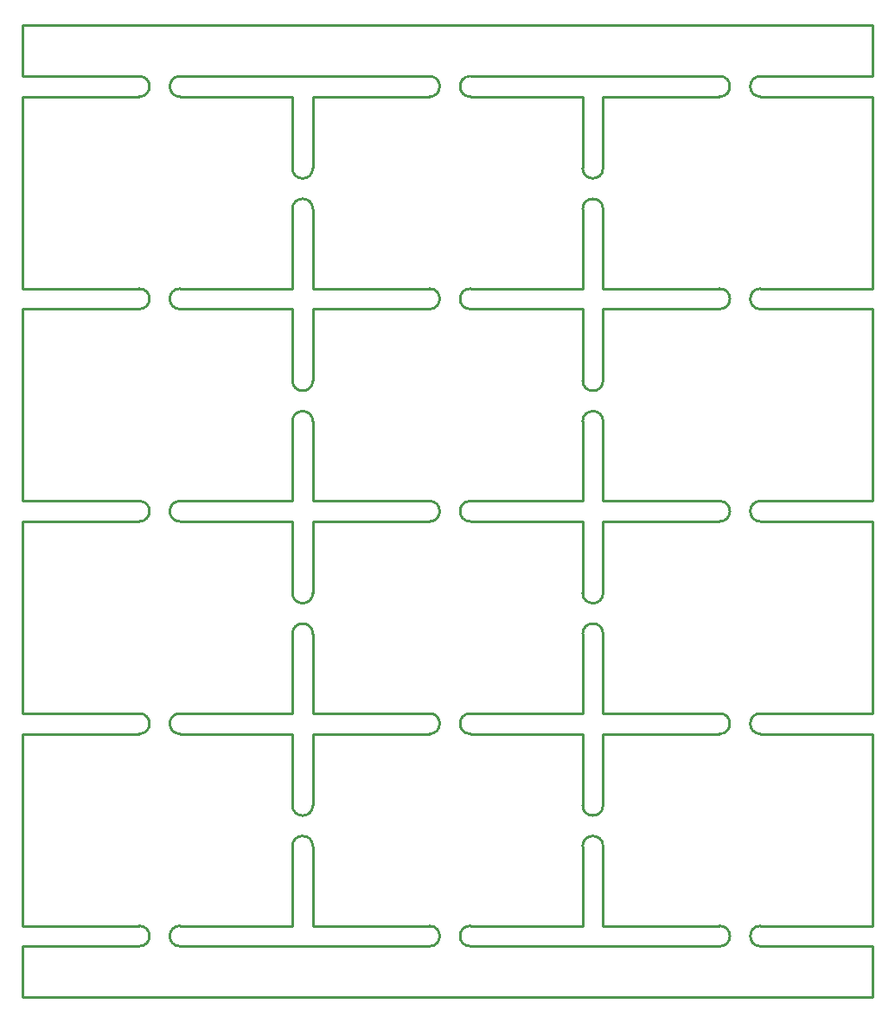
<source format=gbr>
G04 #@! TF.GenerationSoftware,KiCad,Pcbnew,(5.1.5)-2*
G04 #@! TF.CreationDate,2020-08-21T18:58:51+01:00*
G04 #@! TF.ProjectId,STM8S003F3_panel,53544d38-5330-4303-9346-335f70616e65,rev?*
G04 #@! TF.SameCoordinates,Original*
G04 #@! TF.FileFunction,Profile,NP*
%FSLAX46Y46*%
G04 Gerber Fmt 4.6, Leading zero omitted, Abs format (unit mm)*
G04 Created by KiCad (PCBNEW (5.1.5)-2) date 2020-08-21 18:58:51*
%MOMM*%
%LPD*%
G04 APERTURE LIST*
%ADD10C,0.254000*%
G04 APERTURE END LIST*
D10*
X152345600Y-91660100D02*
G75*
G02X152345600Y-93660100I0J-1000000D01*
G01*
X127929600Y-135252100D02*
G75*
G02X127929600Y-133252100I0J1000000D01*
G01*
X184761600Y-114456100D02*
X195761600Y-114456100D01*
X195761600Y-114456100D02*
X195761600Y-133252100D01*
X195761600Y-93660100D02*
X195761600Y-112456100D01*
X195761600Y-72864100D02*
X195761600Y-91660100D01*
X195761600Y-52068100D02*
X195761600Y-70864100D01*
X112513600Y-70864100D02*
X112513600Y-52068100D01*
X112513600Y-91660100D02*
X112513600Y-72864100D01*
X112513600Y-112456100D02*
X112513600Y-93660100D01*
X112513600Y-133252100D02*
X112513600Y-114456100D01*
X123929600Y-114456100D02*
X112513600Y-114456100D01*
X123929600Y-135252100D02*
X112513600Y-135252100D01*
X184761600Y-135252100D02*
X195761600Y-135252100D01*
X156345600Y-135252100D02*
X180761600Y-135252100D01*
X127929600Y-135252100D02*
X152345600Y-135252100D01*
X184761600Y-50068100D02*
X195761600Y-50068100D01*
X156345600Y-50068100D02*
X180761600Y-50068100D01*
X127929600Y-50068100D02*
X152345600Y-50068100D01*
X112513600Y-50068100D02*
X123929600Y-50068100D01*
X169345600Y-114456100D02*
X169345600Y-121456100D01*
X140929600Y-114456100D02*
X140929600Y-121456100D01*
X169345600Y-93660100D02*
X169345600Y-100660100D01*
X140929600Y-93660100D02*
X140929600Y-100660100D01*
X169345600Y-72864100D02*
X169345600Y-79864100D01*
X140929600Y-72864100D02*
X140929600Y-79864100D01*
X169345600Y-52068100D02*
X169345600Y-59068100D01*
X140929600Y-52068100D02*
X140929600Y-59068100D01*
X184761600Y-52068100D02*
G75*
G02X184761600Y-50068100I0J1000000D01*
G01*
X156345600Y-52068100D02*
G75*
G02X156345600Y-50068100I0J1000000D01*
G01*
X167345600Y-114456100D02*
X156345600Y-114456100D01*
X138929600Y-114456100D02*
X127929600Y-114456100D01*
X195761600Y-93660100D02*
X184761600Y-93660100D01*
X167345600Y-93660100D02*
X156345600Y-93660100D01*
X138929600Y-93660100D02*
X127929600Y-93660100D01*
X195761600Y-72864100D02*
X184761600Y-72864100D01*
X167345600Y-72864100D02*
X156345600Y-72864100D01*
X138929600Y-72864100D02*
X127929600Y-72864100D01*
X195761600Y-52068100D02*
X184761600Y-52068100D01*
X167345600Y-52068100D02*
X156345600Y-52068100D01*
X180761600Y-50068100D02*
G75*
G02X180761600Y-52068100I0J-1000000D01*
G01*
X152345600Y-50068100D02*
G75*
G02X152345600Y-52068100I0J-1000000D01*
G01*
X180761600Y-114456100D02*
X169345600Y-114456100D01*
X152345600Y-114456100D02*
X140929600Y-114456100D01*
X180761600Y-93660100D02*
X169345600Y-93660100D01*
X152345600Y-93660100D02*
X140929600Y-93660100D01*
X123929600Y-93660100D02*
X112513600Y-93660100D01*
X180761600Y-72864100D02*
X169345600Y-72864100D01*
X152345600Y-72864100D02*
X140929600Y-72864100D01*
X123929600Y-72864100D02*
X112513600Y-72864100D01*
X180761600Y-52068100D02*
X169345600Y-52068100D01*
X152345600Y-52068100D02*
X140929600Y-52068100D01*
X184761600Y-135252100D02*
G75*
G02X184761600Y-133252100I0J1000000D01*
G01*
X156345600Y-135252100D02*
G75*
G02X156345600Y-133252100I0J1000000D01*
G01*
X184761600Y-114456100D02*
G75*
G02X184761600Y-112456100I0J1000000D01*
G01*
X156345600Y-114456100D02*
G75*
G02X156345600Y-112456100I0J1000000D01*
G01*
X127929600Y-114456100D02*
G75*
G02X127929600Y-112456100I0J1000000D01*
G01*
X184761600Y-93660100D02*
G75*
G02X184761600Y-91660100I0J1000000D01*
G01*
X156345600Y-93660100D02*
G75*
G02X156345600Y-91660100I0J1000000D01*
G01*
X127929600Y-93660100D02*
G75*
G02X127929600Y-91660100I0J1000000D01*
G01*
X184761600Y-72864100D02*
G75*
G02X184761600Y-70864100I0J1000000D01*
G01*
X156345600Y-72864100D02*
G75*
G02X156345600Y-70864100I0J1000000D01*
G01*
X195761600Y-133252100D02*
X184761600Y-133252100D01*
X167345600Y-133252100D02*
X156345600Y-133252100D01*
X138929600Y-133252100D02*
X127929600Y-133252100D01*
X195761600Y-112456100D02*
X184761600Y-112456100D01*
X167345600Y-112456100D02*
X156345600Y-112456100D01*
X138929600Y-112456100D02*
X127929600Y-112456100D01*
X195761600Y-91660100D02*
X184761600Y-91660100D01*
X167345600Y-91660100D02*
X156345600Y-91660100D01*
X138929600Y-91660100D02*
X127929600Y-91660100D01*
X195761600Y-70864100D02*
X184761600Y-70864100D01*
X167345600Y-70864100D02*
X156345600Y-70864100D01*
X169345600Y-121456100D02*
G75*
G02X167345600Y-121456100I-1000000J0D01*
G01*
X140929600Y-121456100D02*
G75*
G02X138929600Y-121456100I-1000000J0D01*
G01*
X169345600Y-100660100D02*
G75*
G02X167345600Y-100660100I-1000000J0D01*
G01*
X140929600Y-100660100D02*
G75*
G02X138929600Y-100660100I-1000000J0D01*
G01*
X169345600Y-79864100D02*
G75*
G02X167345600Y-79864100I-1000000J0D01*
G01*
X140929600Y-79864100D02*
G75*
G02X138929600Y-79864100I-1000000J0D01*
G01*
X169345600Y-59068100D02*
G75*
G02X167345600Y-59068100I-1000000J0D01*
G01*
X169345600Y-125456100D02*
X169345600Y-133252100D01*
X140929600Y-125456100D02*
X140929600Y-133252100D01*
X169345600Y-104660100D02*
X169345600Y-112456100D01*
X140929600Y-104660100D02*
X140929600Y-112456100D01*
X169345600Y-83864100D02*
X169345600Y-91660100D01*
X140929600Y-83864100D02*
X140929600Y-91660100D01*
X169345600Y-63068100D02*
X169345600Y-70864100D01*
X140929600Y-63068100D02*
X140929600Y-70864100D01*
X180761600Y-133252100D02*
G75*
G02X180761600Y-135252100I0J-1000000D01*
G01*
X152345600Y-133252100D02*
G75*
G02X152345600Y-135252100I0J-1000000D01*
G01*
X123929600Y-133252100D02*
G75*
G02X123929600Y-135252100I0J-1000000D01*
G01*
X180761600Y-112456100D02*
G75*
G02X180761600Y-114456100I0J-1000000D01*
G01*
X152345600Y-112456100D02*
G75*
G02X152345600Y-114456100I0J-1000000D01*
G01*
X123929600Y-112456100D02*
G75*
G02X123929600Y-114456100I0J-1000000D01*
G01*
X180761600Y-91660100D02*
G75*
G02X180761600Y-93660100I0J-1000000D01*
G01*
X123929600Y-91660100D02*
G75*
G02X123929600Y-93660100I0J-1000000D01*
G01*
X180761600Y-70864100D02*
G75*
G02X180761600Y-72864100I0J-1000000D01*
G01*
X152345600Y-70864100D02*
G75*
G02X152345600Y-72864100I0J-1000000D01*
G01*
X167345600Y-114456100D02*
X167345600Y-121456100D01*
X138929600Y-114456100D02*
X138929600Y-121456100D01*
X167345600Y-93660100D02*
X167345600Y-100660100D01*
X138929600Y-93660100D02*
X138929600Y-100660100D01*
X167345600Y-72864100D02*
X167345600Y-79864100D01*
X138929600Y-72864100D02*
X138929600Y-79864100D01*
X167345600Y-52068100D02*
X167345600Y-59068100D01*
X180761600Y-133252100D02*
X169345600Y-133252100D01*
X152345600Y-133252100D02*
X140929600Y-133252100D01*
X123929600Y-133252100D02*
X112513600Y-133252100D01*
X180761600Y-112456100D02*
X169345600Y-112456100D01*
X152345600Y-112456100D02*
X140929600Y-112456100D01*
X123929600Y-112456100D02*
X112513600Y-112456100D01*
X180761600Y-91660100D02*
X169345600Y-91660100D01*
X152345600Y-91660100D02*
X140929600Y-91660100D01*
X123929600Y-91660100D02*
X112513600Y-91660100D01*
X180761600Y-70864100D02*
X169345600Y-70864100D01*
X152345600Y-70864100D02*
X140929600Y-70864100D01*
X167345600Y-125456100D02*
G75*
G02X169345600Y-125456100I1000000J0D01*
G01*
X138929600Y-125456100D02*
G75*
G02X140929600Y-125456100I1000000J0D01*
G01*
X167345600Y-104660100D02*
G75*
G02X169345600Y-104660100I1000000J0D01*
G01*
X138929600Y-104660100D02*
G75*
G02X140929600Y-104660100I1000000J0D01*
G01*
X167345600Y-83864100D02*
G75*
G02X169345600Y-83864100I1000000J0D01*
G01*
X138929600Y-83864100D02*
G75*
G02X140929600Y-83864100I1000000J0D01*
G01*
X167345600Y-63068100D02*
G75*
G02X169345600Y-63068100I1000000J0D01*
G01*
X167345600Y-125456100D02*
X167345600Y-133252100D01*
X138929600Y-125456100D02*
X138929600Y-133252100D01*
X167345600Y-104660100D02*
X167345600Y-112456100D01*
X138929600Y-104660100D02*
X138929600Y-112456100D01*
X167345600Y-83864100D02*
X167345600Y-91660100D01*
X138929600Y-83864100D02*
X138929600Y-91660100D01*
X167345600Y-63068100D02*
X167345600Y-70864100D01*
X123929600Y-70864100D02*
G75*
G02X123929600Y-72864100I0J-1000000D01*
G01*
X127929600Y-72864100D02*
G75*
G02X127929600Y-70864100I0J1000000D01*
G01*
X123929600Y-70864100D02*
X112513600Y-70864100D01*
X138929600Y-70864100D02*
X127929600Y-70864100D01*
X138929600Y-63068100D02*
G75*
G02X140929600Y-63068100I1000000J0D01*
G01*
X140929600Y-59068100D02*
G75*
G02X138929600Y-59068100I-1000000J0D01*
G01*
X138929600Y-63068100D02*
X138929600Y-70864100D01*
X138929600Y-52068100D02*
X138929600Y-59068100D01*
X123929600Y-52068100D02*
X112513600Y-52068100D01*
X123929600Y-50068100D02*
G75*
G02X123929600Y-52068100I0J-1000000D01*
G01*
X127929600Y-52068100D02*
G75*
G02X127929600Y-50068100I0J1000000D01*
G01*
X138929600Y-52068100D02*
X127929600Y-52068100D01*
X112513600Y-140252100D02*
X112513600Y-135252100D01*
X195761600Y-140252100D02*
X112513600Y-140252100D01*
X195761600Y-135252100D02*
X195761600Y-140252100D01*
X195761600Y-45068100D02*
X195761600Y-50068100D01*
X112513600Y-45068100D02*
X195761600Y-45068100D01*
X112513600Y-50068100D02*
X112513600Y-45068100D01*
M02*

</source>
